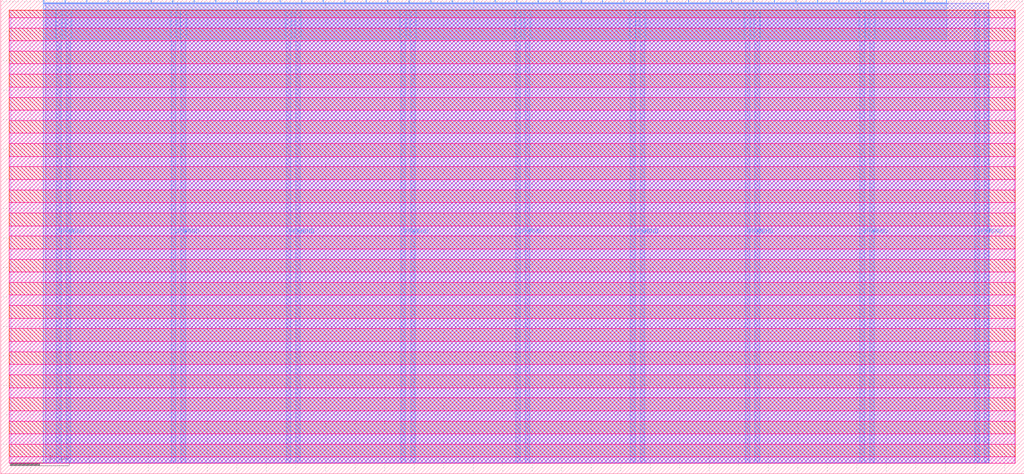
<source format=lef>
VERSION 5.7 ;
  NOWIREEXTENSIONATPIN ON ;
  DIVIDERCHAR "/" ;
  BUSBITCHARS "[]" ;
MACRO tt_um_dlmiles_ringosc_5inv
  CLASS BLOCK ;
  FOREIGN tt_um_dlmiles_ringosc_5inv ;
  ORIGIN 0.000 0.000 ;
  SIZE 346.640 BY 160.720 ;
  PIN VGND
    DIRECTION INOUT ;
    USE GROUND ;
    PORT
      LAYER Metal4 ;
        RECT 22.180 3.620 23.780 157.100 ;
    END
    PORT
      LAYER Metal4 ;
        RECT 61.050 3.620 62.650 157.100 ;
    END
    PORT
      LAYER Metal4 ;
        RECT 99.920 3.620 101.520 157.100 ;
    END
    PORT
      LAYER Metal4 ;
        RECT 138.790 3.620 140.390 157.100 ;
    END
    PORT
      LAYER Metal4 ;
        RECT 177.660 3.620 179.260 157.100 ;
    END
    PORT
      LAYER Metal4 ;
        RECT 216.530 3.620 218.130 157.100 ;
    END
    PORT
      LAYER Metal4 ;
        RECT 255.400 3.620 257.000 157.100 ;
    END
    PORT
      LAYER Metal4 ;
        RECT 294.270 3.620 295.870 157.100 ;
    END
    PORT
      LAYER Metal4 ;
        RECT 333.140 3.620 334.740 157.100 ;
    END
  END VGND
  PIN VPWR
    DIRECTION INOUT ;
    USE POWER ;
    PORT
      LAYER Metal4 ;
        RECT 18.880 3.620 20.480 157.100 ;
    END
    PORT
      LAYER Metal4 ;
        RECT 57.750 3.620 59.350 157.100 ;
    END
    PORT
      LAYER Metal4 ;
        RECT 96.620 3.620 98.220 157.100 ;
    END
    PORT
      LAYER Metal4 ;
        RECT 135.490 3.620 137.090 157.100 ;
    END
    PORT
      LAYER Metal4 ;
        RECT 174.360 3.620 175.960 157.100 ;
    END
    PORT
      LAYER Metal4 ;
        RECT 213.230 3.620 214.830 157.100 ;
    END
    PORT
      LAYER Metal4 ;
        RECT 252.100 3.620 253.700 157.100 ;
    END
    PORT
      LAYER Metal4 ;
        RECT 290.970 3.620 292.570 157.100 ;
    END
    PORT
      LAYER Metal4 ;
        RECT 329.840 3.620 331.440 157.100 ;
    END
  END VPWR
  PIN clk
    DIRECTION INPUT ;
    USE SIGNAL ;
    PORT
      LAYER Metal4 ;
        RECT 312.890 159.720 313.190 160.720 ;
    END
  END clk
  PIN ena
    DIRECTION INPUT ;
    USE SIGNAL ;
    ANTENNAGATEAREA 0.396000 ;
    PORT
      LAYER Metal4 ;
        RECT 320.170 159.720 320.470 160.720 ;
    END
  END ena
  PIN rst_n
    DIRECTION INPUT ;
    USE SIGNAL ;
    ANTENNAGATEAREA 22.254000 ;
    PORT
      LAYER Metal4 ;
        RECT 305.610 159.720 305.910 160.720 ;
    END
  END rst_n
  PIN ui_in[0]
    DIRECTION INPUT ;
    USE SIGNAL ;
    ANTENNAGATEAREA 0.396000 ;
    PORT
      LAYER Metal4 ;
        RECT 298.330 159.720 298.630 160.720 ;
    END
  END ui_in[0]
  PIN ui_in[1]
    DIRECTION INPUT ;
    USE SIGNAL ;
    PORT
      LAYER Metal4 ;
        RECT 291.050 159.720 291.350 160.720 ;
    END
  END ui_in[1]
  PIN ui_in[2]
    DIRECTION INPUT ;
    USE SIGNAL ;
    PORT
      LAYER Metal4 ;
        RECT 283.770 159.720 284.070 160.720 ;
    END
  END ui_in[2]
  PIN ui_in[3]
    DIRECTION INPUT ;
    USE SIGNAL ;
    PORT
      LAYER Metal4 ;
        RECT 276.490 159.720 276.790 160.720 ;
    END
  END ui_in[3]
  PIN ui_in[4]
    DIRECTION INPUT ;
    USE SIGNAL ;
    PORT
      LAYER Metal4 ;
        RECT 269.210 159.720 269.510 160.720 ;
    END
  END ui_in[4]
  PIN ui_in[5]
    DIRECTION INPUT ;
    USE SIGNAL ;
    PORT
      LAYER Metal4 ;
        RECT 261.930 159.720 262.230 160.720 ;
    END
  END ui_in[5]
  PIN ui_in[6]
    DIRECTION INPUT ;
    USE SIGNAL ;
    PORT
      LAYER Metal4 ;
        RECT 254.650 159.720 254.950 160.720 ;
    END
  END ui_in[6]
  PIN ui_in[7]
    DIRECTION INPUT ;
    USE SIGNAL ;
    PORT
      LAYER Metal4 ;
        RECT 247.370 159.720 247.670 160.720 ;
    END
  END ui_in[7]
  PIN uio_in[0]
    DIRECTION INPUT ;
    USE SIGNAL ;
    PORT
      LAYER Metal4 ;
        RECT 240.090 159.720 240.390 160.720 ;
    END
  END uio_in[0]
  PIN uio_in[1]
    DIRECTION INPUT ;
    USE SIGNAL ;
    PORT
      LAYER Metal4 ;
        RECT 232.810 159.720 233.110 160.720 ;
    END
  END uio_in[1]
  PIN uio_in[2]
    DIRECTION INPUT ;
    USE SIGNAL ;
    PORT
      LAYER Metal4 ;
        RECT 225.530 159.720 225.830 160.720 ;
    END
  END uio_in[2]
  PIN uio_in[3]
    DIRECTION INPUT ;
    USE SIGNAL ;
    PORT
      LAYER Metal4 ;
        RECT 218.250 159.720 218.550 160.720 ;
    END
  END uio_in[3]
  PIN uio_in[4]
    DIRECTION INPUT ;
    USE SIGNAL ;
    PORT
      LAYER Metal4 ;
        RECT 210.970 159.720 211.270 160.720 ;
    END
  END uio_in[4]
  PIN uio_in[5]
    DIRECTION INPUT ;
    USE SIGNAL ;
    PORT
      LAYER Metal4 ;
        RECT 203.690 159.720 203.990 160.720 ;
    END
  END uio_in[5]
  PIN uio_in[6]
    DIRECTION INPUT ;
    USE SIGNAL ;
    PORT
      LAYER Metal4 ;
        RECT 196.410 159.720 196.710 160.720 ;
    END
  END uio_in[6]
  PIN uio_in[7]
    DIRECTION INPUT ;
    USE SIGNAL ;
    PORT
      LAYER Metal4 ;
        RECT 189.130 159.720 189.430 160.720 ;
    END
  END uio_in[7]
  PIN uio_oe[0]
    DIRECTION OUTPUT ;
    USE SIGNAL ;
    ANTENNADIFFAREA 0.536800 ;
    PORT
      LAYER Metal4 ;
        RECT 65.370 159.720 65.670 160.720 ;
    END
  END uio_oe[0]
  PIN uio_oe[1]
    DIRECTION OUTPUT ;
    USE SIGNAL ;
    ANTENNADIFFAREA 0.536800 ;
    PORT
      LAYER Metal4 ;
        RECT 58.090 159.720 58.390 160.720 ;
    END
  END uio_oe[1]
  PIN uio_oe[2]
    DIRECTION OUTPUT ;
    USE SIGNAL ;
    ANTENNADIFFAREA 0.536800 ;
    PORT
      LAYER Metal4 ;
        RECT 50.810 159.720 51.110 160.720 ;
    END
  END uio_oe[2]
  PIN uio_oe[3]
    DIRECTION OUTPUT ;
    USE SIGNAL ;
    ANTENNADIFFAREA 0.536800 ;
    PORT
      LAYER Metal4 ;
        RECT 43.530 159.720 43.830 160.720 ;
    END
  END uio_oe[3]
  PIN uio_oe[4]
    DIRECTION OUTPUT ;
    USE SIGNAL ;
    ANTENNADIFFAREA 0.536800 ;
    PORT
      LAYER Metal4 ;
        RECT 36.250 159.720 36.550 160.720 ;
    END
  END uio_oe[4]
  PIN uio_oe[5]
    DIRECTION OUTPUT ;
    USE SIGNAL ;
    ANTENNADIFFAREA 0.536800 ;
    PORT
      LAYER Metal4 ;
        RECT 28.970 159.720 29.270 160.720 ;
    END
  END uio_oe[5]
  PIN uio_oe[6]
    DIRECTION OUTPUT ;
    USE SIGNAL ;
    ANTENNADIFFAREA 0.536800 ;
    PORT
      LAYER Metal4 ;
        RECT 21.690 159.720 21.990 160.720 ;
    END
  END uio_oe[6]
  PIN uio_oe[7]
    DIRECTION OUTPUT ;
    USE SIGNAL ;
    ANTENNADIFFAREA 0.536800 ;
    PORT
      LAYER Metal4 ;
        RECT 14.410 159.720 14.710 160.720 ;
    END
  END uio_oe[7]
  PIN uio_out[0]
    DIRECTION OUTPUT ;
    USE SIGNAL ;
    ANTENNADIFFAREA 1.986000 ;
    PORT
      LAYER Metal4 ;
        RECT 123.610 159.720 123.910 160.720 ;
    END
  END uio_out[0]
  PIN uio_out[1]
    DIRECTION OUTPUT ;
    USE SIGNAL ;
    ANTENNADIFFAREA 1.986000 ;
    PORT
      LAYER Metal4 ;
        RECT 116.330 159.720 116.630 160.720 ;
    END
  END uio_out[1]
  PIN uio_out[2]
    DIRECTION OUTPUT ;
    USE SIGNAL ;
    ANTENNADIFFAREA 1.986000 ;
    PORT
      LAYER Metal4 ;
        RECT 109.050 159.720 109.350 160.720 ;
    END
  END uio_out[2]
  PIN uio_out[3]
    DIRECTION OUTPUT ;
    USE SIGNAL ;
    ANTENNADIFFAREA 1.986000 ;
    PORT
      LAYER Metal4 ;
        RECT 101.770 159.720 102.070 160.720 ;
    END
  END uio_out[3]
  PIN uio_out[4]
    DIRECTION OUTPUT ;
    USE SIGNAL ;
    ANTENNADIFFAREA 1.986000 ;
    PORT
      LAYER Metal4 ;
        RECT 94.490 159.720 94.790 160.720 ;
    END
  END uio_out[4]
  PIN uio_out[5]
    DIRECTION OUTPUT ;
    USE SIGNAL ;
    ANTENNADIFFAREA 1.986000 ;
    PORT
      LAYER Metal4 ;
        RECT 87.210 159.720 87.510 160.720 ;
    END
  END uio_out[5]
  PIN uio_out[6]
    DIRECTION OUTPUT ;
    USE SIGNAL ;
    ANTENNADIFFAREA 1.986000 ;
    PORT
      LAYER Metal4 ;
        RECT 79.930 159.720 80.230 160.720 ;
    END
  END uio_out[6]
  PIN uio_out[7]
    DIRECTION OUTPUT ;
    USE SIGNAL ;
    ANTENNADIFFAREA 1.986000 ;
    PORT
      LAYER Metal4 ;
        RECT 72.650 159.720 72.950 160.720 ;
    END
  END uio_out[7]
  PIN uo_out[0]
    DIRECTION OUTPUT ;
    USE SIGNAL ;
    ANTENNADIFFAREA 1.986000 ;
    PORT
      LAYER Metal4 ;
        RECT 181.850 159.720 182.150 160.720 ;
    END
  END uo_out[0]
  PIN uo_out[1]
    DIRECTION OUTPUT ;
    USE SIGNAL ;
    ANTENNADIFFAREA 1.986000 ;
    PORT
      LAYER Metal4 ;
        RECT 174.570 159.720 174.870 160.720 ;
    END
  END uo_out[1]
  PIN uo_out[2]
    DIRECTION OUTPUT ;
    USE SIGNAL ;
    ANTENNADIFFAREA 1.986000 ;
    PORT
      LAYER Metal4 ;
        RECT 167.290 159.720 167.590 160.720 ;
    END
  END uo_out[2]
  PIN uo_out[3]
    DIRECTION OUTPUT ;
    USE SIGNAL ;
    ANTENNADIFFAREA 1.986000 ;
    PORT
      LAYER Metal4 ;
        RECT 160.010 159.720 160.310 160.720 ;
    END
  END uo_out[3]
  PIN uo_out[4]
    DIRECTION OUTPUT ;
    USE SIGNAL ;
    ANTENNADIFFAREA 1.986000 ;
    PORT
      LAYER Metal4 ;
        RECT 152.730 159.720 153.030 160.720 ;
    END
  END uo_out[4]
  PIN uo_out[5]
    DIRECTION OUTPUT ;
    USE SIGNAL ;
    ANTENNADIFFAREA 1.986000 ;
    PORT
      LAYER Metal4 ;
        RECT 145.450 159.720 145.750 160.720 ;
    END
  END uo_out[5]
  PIN uo_out[6]
    DIRECTION OUTPUT ;
    USE SIGNAL ;
    ANTENNADIFFAREA 1.986000 ;
    PORT
      LAYER Metal4 ;
        RECT 138.170 159.720 138.470 160.720 ;
    END
  END uo_out[6]
  PIN uo_out[7]
    DIRECTION OUTPUT ;
    USE SIGNAL ;
    ANTENNADIFFAREA 1.986000 ;
    PORT
      LAYER Metal4 ;
        RECT 130.890 159.720 131.190 160.720 ;
    END
  END uo_out[7]
  OBS
      LAYER Nwell ;
        RECT 2.930 154.640 343.710 157.230 ;
      LAYER Pwell ;
        RECT 2.930 151.120 343.710 154.640 ;
      LAYER Nwell ;
        RECT 2.930 146.800 343.710 151.120 ;
      LAYER Pwell ;
        RECT 2.930 143.280 343.710 146.800 ;
      LAYER Nwell ;
        RECT 2.930 138.960 343.710 143.280 ;
      LAYER Pwell ;
        RECT 2.930 135.440 343.710 138.960 ;
      LAYER Nwell ;
        RECT 2.930 131.120 343.710 135.440 ;
      LAYER Pwell ;
        RECT 2.930 127.600 343.710 131.120 ;
      LAYER Nwell ;
        RECT 2.930 123.280 343.710 127.600 ;
      LAYER Pwell ;
        RECT 2.930 119.760 343.710 123.280 ;
      LAYER Nwell ;
        RECT 2.930 115.440 343.710 119.760 ;
      LAYER Pwell ;
        RECT 2.930 111.920 343.710 115.440 ;
      LAYER Nwell ;
        RECT 2.930 107.600 343.710 111.920 ;
      LAYER Pwell ;
        RECT 2.930 104.080 343.710 107.600 ;
      LAYER Nwell ;
        RECT 2.930 99.760 343.710 104.080 ;
      LAYER Pwell ;
        RECT 2.930 96.240 343.710 99.760 ;
      LAYER Nwell ;
        RECT 2.930 91.920 343.710 96.240 ;
      LAYER Pwell ;
        RECT 2.930 88.400 343.710 91.920 ;
      LAYER Nwell ;
        RECT 2.930 84.080 343.710 88.400 ;
      LAYER Pwell ;
        RECT 2.930 80.560 343.710 84.080 ;
      LAYER Nwell ;
        RECT 2.930 76.240 343.710 80.560 ;
      LAYER Pwell ;
        RECT 2.930 72.720 343.710 76.240 ;
      LAYER Nwell ;
        RECT 2.930 68.400 343.710 72.720 ;
      LAYER Pwell ;
        RECT 2.930 64.880 343.710 68.400 ;
      LAYER Nwell ;
        RECT 2.930 60.560 343.710 64.880 ;
      LAYER Pwell ;
        RECT 2.930 57.040 343.710 60.560 ;
      LAYER Nwell ;
        RECT 2.930 52.720 343.710 57.040 ;
      LAYER Pwell ;
        RECT 2.930 49.200 343.710 52.720 ;
      LAYER Nwell ;
        RECT 2.930 44.880 343.710 49.200 ;
      LAYER Pwell ;
        RECT 2.930 41.360 343.710 44.880 ;
      LAYER Nwell ;
        RECT 2.930 37.040 343.710 41.360 ;
      LAYER Pwell ;
        RECT 2.930 33.520 343.710 37.040 ;
      LAYER Nwell ;
        RECT 2.930 29.200 343.710 33.520 ;
      LAYER Pwell ;
        RECT 2.930 25.680 343.710 29.200 ;
      LAYER Nwell ;
        RECT 2.930 21.360 343.710 25.680 ;
      LAYER Pwell ;
        RECT 2.930 17.840 343.710 21.360 ;
      LAYER Nwell ;
        RECT 2.930 13.520 343.710 17.840 ;
      LAYER Pwell ;
        RECT 2.930 10.000 343.710 13.520 ;
      LAYER Nwell ;
        RECT 2.930 5.680 343.710 10.000 ;
      LAYER Pwell ;
        RECT 2.930 3.490 343.710 5.680 ;
      LAYER Metal1 ;
        RECT 3.360 3.620 343.280 157.100 ;
      LAYER Metal2 ;
        RECT 15.260 3.730 334.600 159.510 ;
      LAYER Metal3 ;
        RECT 14.370 3.780 334.650 159.460 ;
      LAYER Metal4 ;
        RECT 15.010 159.420 21.390 159.720 ;
        RECT 22.290 159.420 28.670 159.720 ;
        RECT 29.570 159.420 35.950 159.720 ;
        RECT 36.850 159.420 43.230 159.720 ;
        RECT 44.130 159.420 50.510 159.720 ;
        RECT 51.410 159.420 57.790 159.720 ;
        RECT 58.690 159.420 65.070 159.720 ;
        RECT 65.970 159.420 72.350 159.720 ;
        RECT 73.250 159.420 79.630 159.720 ;
        RECT 80.530 159.420 86.910 159.720 ;
        RECT 87.810 159.420 94.190 159.720 ;
        RECT 95.090 159.420 101.470 159.720 ;
        RECT 102.370 159.420 108.750 159.720 ;
        RECT 109.650 159.420 116.030 159.720 ;
        RECT 116.930 159.420 123.310 159.720 ;
        RECT 124.210 159.420 130.590 159.720 ;
        RECT 131.490 159.420 137.870 159.720 ;
        RECT 138.770 159.420 145.150 159.720 ;
        RECT 146.050 159.420 152.430 159.720 ;
        RECT 153.330 159.420 159.710 159.720 ;
        RECT 160.610 159.420 166.990 159.720 ;
        RECT 167.890 159.420 174.270 159.720 ;
        RECT 175.170 159.420 181.550 159.720 ;
        RECT 182.450 159.420 188.830 159.720 ;
        RECT 189.730 159.420 196.110 159.720 ;
        RECT 197.010 159.420 203.390 159.720 ;
        RECT 204.290 159.420 210.670 159.720 ;
        RECT 211.570 159.420 217.950 159.720 ;
        RECT 218.850 159.420 225.230 159.720 ;
        RECT 226.130 159.420 232.510 159.720 ;
        RECT 233.410 159.420 239.790 159.720 ;
        RECT 240.690 159.420 247.070 159.720 ;
        RECT 247.970 159.420 254.350 159.720 ;
        RECT 255.250 159.420 261.630 159.720 ;
        RECT 262.530 159.420 268.910 159.720 ;
        RECT 269.810 159.420 276.190 159.720 ;
        RECT 277.090 159.420 283.470 159.720 ;
        RECT 284.370 159.420 290.750 159.720 ;
        RECT 291.650 159.420 298.030 159.720 ;
        RECT 298.930 159.420 305.310 159.720 ;
        RECT 306.210 159.420 312.590 159.720 ;
        RECT 313.490 159.420 319.870 159.720 ;
        RECT 14.420 157.400 320.460 159.420 ;
        RECT 14.420 147.370 18.580 157.400 ;
        RECT 20.780 147.370 21.880 157.400 ;
        RECT 24.080 147.370 57.450 157.400 ;
        RECT 59.650 147.370 60.750 157.400 ;
        RECT 62.950 147.370 96.320 157.400 ;
        RECT 98.520 147.370 99.620 157.400 ;
        RECT 101.820 147.370 135.190 157.400 ;
        RECT 137.390 147.370 138.490 157.400 ;
        RECT 140.690 147.370 174.060 157.400 ;
        RECT 176.260 147.370 177.360 157.400 ;
        RECT 179.560 147.370 212.930 157.400 ;
        RECT 215.130 147.370 216.230 157.400 ;
        RECT 218.430 147.370 251.800 157.400 ;
        RECT 254.000 147.370 255.100 157.400 ;
        RECT 257.300 147.370 290.670 157.400 ;
        RECT 292.870 147.370 293.970 157.400 ;
        RECT 296.170 147.370 320.460 157.400 ;
  END
END tt_um_dlmiles_ringosc_5inv
END LIBRARY


</source>
